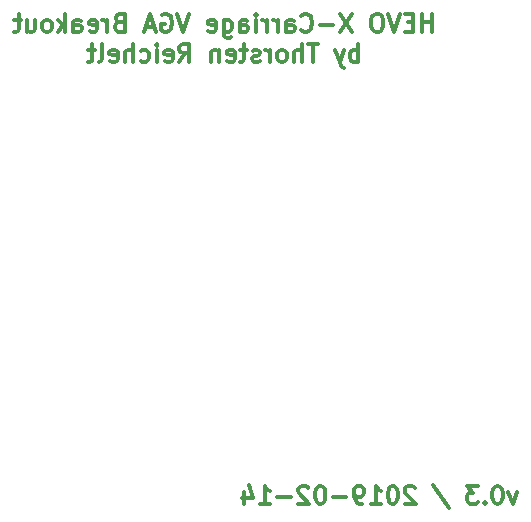
<source format=gbr>
%TF.GenerationSoftware,KiCad,Pcbnew,(5.0.2)-1*%
%TF.CreationDate,2019-02-14T19:53:03+01:00*%
%TF.ProjectId,VGA-Terminal_JSTXH,5647412d-5465-4726-9d69-6e616c5f4a53,rev?*%
%TF.SameCoordinates,Original*%
%TF.FileFunction,Legend,Bot*%
%TF.FilePolarity,Positive*%
%FSLAX46Y46*%
G04 Gerber Fmt 4.6, Leading zero omitted, Abs format (unit mm)*
G04 Created by KiCad (PCBNEW (5.0.2)-1) date 14.02.2019 19:53:03*
%MOMM*%
%LPD*%
G01*
G04 APERTURE LIST*
%ADD10C,0.300000*%
G04 APERTURE END LIST*
D10*
X138152857Y-103708571D02*
X137795714Y-104708571D01*
X137438571Y-103708571D01*
X136581428Y-103208571D02*
X136438571Y-103208571D01*
X136295714Y-103280000D01*
X136224285Y-103351428D01*
X136152857Y-103494285D01*
X136081428Y-103780000D01*
X136081428Y-104137142D01*
X136152857Y-104422857D01*
X136224285Y-104565714D01*
X136295714Y-104637142D01*
X136438571Y-104708571D01*
X136581428Y-104708571D01*
X136724285Y-104637142D01*
X136795714Y-104565714D01*
X136867142Y-104422857D01*
X136938571Y-104137142D01*
X136938571Y-103780000D01*
X136867142Y-103494285D01*
X136795714Y-103351428D01*
X136724285Y-103280000D01*
X136581428Y-103208571D01*
X135438571Y-104565714D02*
X135367142Y-104637142D01*
X135438571Y-104708571D01*
X135510000Y-104637142D01*
X135438571Y-104565714D01*
X135438571Y-104708571D01*
X134867142Y-103208571D02*
X133938571Y-103208571D01*
X134438571Y-103780000D01*
X134224285Y-103780000D01*
X134081428Y-103851428D01*
X134010000Y-103922857D01*
X133938571Y-104065714D01*
X133938571Y-104422857D01*
X134010000Y-104565714D01*
X134081428Y-104637142D01*
X134224285Y-104708571D01*
X134652857Y-104708571D01*
X134795714Y-104637142D01*
X134867142Y-104565714D01*
X131081428Y-103137142D02*
X132367142Y-105065714D01*
X129510000Y-103351428D02*
X129438571Y-103280000D01*
X129295714Y-103208571D01*
X128938571Y-103208571D01*
X128795714Y-103280000D01*
X128724285Y-103351428D01*
X128652857Y-103494285D01*
X128652857Y-103637142D01*
X128724285Y-103851428D01*
X129581428Y-104708571D01*
X128652857Y-104708571D01*
X127724285Y-103208571D02*
X127581428Y-103208571D01*
X127438571Y-103280000D01*
X127367142Y-103351428D01*
X127295714Y-103494285D01*
X127224285Y-103780000D01*
X127224285Y-104137142D01*
X127295714Y-104422857D01*
X127367142Y-104565714D01*
X127438571Y-104637142D01*
X127581428Y-104708571D01*
X127724285Y-104708571D01*
X127867142Y-104637142D01*
X127938571Y-104565714D01*
X128010000Y-104422857D01*
X128081428Y-104137142D01*
X128081428Y-103780000D01*
X128010000Y-103494285D01*
X127938571Y-103351428D01*
X127867142Y-103280000D01*
X127724285Y-103208571D01*
X125795714Y-104708571D02*
X126652857Y-104708571D01*
X126224285Y-104708571D02*
X126224285Y-103208571D01*
X126367142Y-103422857D01*
X126510000Y-103565714D01*
X126652857Y-103637142D01*
X125081428Y-104708571D02*
X124795714Y-104708571D01*
X124652857Y-104637142D01*
X124581428Y-104565714D01*
X124438571Y-104351428D01*
X124367142Y-104065714D01*
X124367142Y-103494285D01*
X124438571Y-103351428D01*
X124510000Y-103280000D01*
X124652857Y-103208571D01*
X124938571Y-103208571D01*
X125081428Y-103280000D01*
X125152857Y-103351428D01*
X125224285Y-103494285D01*
X125224285Y-103851428D01*
X125152857Y-103994285D01*
X125081428Y-104065714D01*
X124938571Y-104137142D01*
X124652857Y-104137142D01*
X124510000Y-104065714D01*
X124438571Y-103994285D01*
X124367142Y-103851428D01*
X123724285Y-104137142D02*
X122581428Y-104137142D01*
X121581428Y-103208571D02*
X121438571Y-103208571D01*
X121295714Y-103280000D01*
X121224285Y-103351428D01*
X121152857Y-103494285D01*
X121081428Y-103780000D01*
X121081428Y-104137142D01*
X121152857Y-104422857D01*
X121224285Y-104565714D01*
X121295714Y-104637142D01*
X121438571Y-104708571D01*
X121581428Y-104708571D01*
X121724285Y-104637142D01*
X121795714Y-104565714D01*
X121867142Y-104422857D01*
X121938571Y-104137142D01*
X121938571Y-103780000D01*
X121867142Y-103494285D01*
X121795714Y-103351428D01*
X121724285Y-103280000D01*
X121581428Y-103208571D01*
X120510000Y-103351428D02*
X120438571Y-103280000D01*
X120295714Y-103208571D01*
X119938571Y-103208571D01*
X119795714Y-103280000D01*
X119724285Y-103351428D01*
X119652857Y-103494285D01*
X119652857Y-103637142D01*
X119724285Y-103851428D01*
X120581428Y-104708571D01*
X119652857Y-104708571D01*
X119010000Y-104137142D02*
X117867142Y-104137142D01*
X116367142Y-104708571D02*
X117224285Y-104708571D01*
X116795714Y-104708571D02*
X116795714Y-103208571D01*
X116938571Y-103422857D01*
X117081428Y-103565714D01*
X117224285Y-103637142D01*
X115081428Y-103708571D02*
X115081428Y-104708571D01*
X115438571Y-103137142D02*
X115795714Y-104208571D01*
X114867142Y-104208571D01*
X130971428Y-64753571D02*
X130971428Y-63253571D01*
X130971428Y-63967857D02*
X130114285Y-63967857D01*
X130114285Y-64753571D02*
X130114285Y-63253571D01*
X129400000Y-63967857D02*
X128900000Y-63967857D01*
X128685714Y-64753571D02*
X129400000Y-64753571D01*
X129400000Y-63253571D01*
X128685714Y-63253571D01*
X128257142Y-63253571D02*
X127757142Y-64753571D01*
X127257142Y-63253571D01*
X126471428Y-63253571D02*
X126185714Y-63253571D01*
X126042857Y-63325000D01*
X125900000Y-63467857D01*
X125828571Y-63753571D01*
X125828571Y-64253571D01*
X125900000Y-64539285D01*
X126042857Y-64682142D01*
X126185714Y-64753571D01*
X126471428Y-64753571D01*
X126614285Y-64682142D01*
X126757142Y-64539285D01*
X126828571Y-64253571D01*
X126828571Y-63753571D01*
X126757142Y-63467857D01*
X126614285Y-63325000D01*
X126471428Y-63253571D01*
X124185714Y-63253571D02*
X123185714Y-64753571D01*
X123185714Y-63253571D02*
X124185714Y-64753571D01*
X122614285Y-64182142D02*
X121471428Y-64182142D01*
X119900000Y-64610714D02*
X119971428Y-64682142D01*
X120185714Y-64753571D01*
X120328571Y-64753571D01*
X120542857Y-64682142D01*
X120685714Y-64539285D01*
X120757142Y-64396428D01*
X120828571Y-64110714D01*
X120828571Y-63896428D01*
X120757142Y-63610714D01*
X120685714Y-63467857D01*
X120542857Y-63325000D01*
X120328571Y-63253571D01*
X120185714Y-63253571D01*
X119971428Y-63325000D01*
X119900000Y-63396428D01*
X118614285Y-64753571D02*
X118614285Y-63967857D01*
X118685714Y-63825000D01*
X118828571Y-63753571D01*
X119114285Y-63753571D01*
X119257142Y-63825000D01*
X118614285Y-64682142D02*
X118757142Y-64753571D01*
X119114285Y-64753571D01*
X119257142Y-64682142D01*
X119328571Y-64539285D01*
X119328571Y-64396428D01*
X119257142Y-64253571D01*
X119114285Y-64182142D01*
X118757142Y-64182142D01*
X118614285Y-64110714D01*
X117900000Y-64753571D02*
X117900000Y-63753571D01*
X117900000Y-64039285D02*
X117828571Y-63896428D01*
X117757142Y-63825000D01*
X117614285Y-63753571D01*
X117471428Y-63753571D01*
X116971428Y-64753571D02*
X116971428Y-63753571D01*
X116971428Y-64039285D02*
X116900000Y-63896428D01*
X116828571Y-63825000D01*
X116685714Y-63753571D01*
X116542857Y-63753571D01*
X116042857Y-64753571D02*
X116042857Y-63753571D01*
X116042857Y-63253571D02*
X116114285Y-63325000D01*
X116042857Y-63396428D01*
X115971428Y-63325000D01*
X116042857Y-63253571D01*
X116042857Y-63396428D01*
X114685714Y-64753571D02*
X114685714Y-63967857D01*
X114757142Y-63825000D01*
X114900000Y-63753571D01*
X115185714Y-63753571D01*
X115328571Y-63825000D01*
X114685714Y-64682142D02*
X114828571Y-64753571D01*
X115185714Y-64753571D01*
X115328571Y-64682142D01*
X115400000Y-64539285D01*
X115400000Y-64396428D01*
X115328571Y-64253571D01*
X115185714Y-64182142D01*
X114828571Y-64182142D01*
X114685714Y-64110714D01*
X113328571Y-63753571D02*
X113328571Y-64967857D01*
X113400000Y-65110714D01*
X113471428Y-65182142D01*
X113614285Y-65253571D01*
X113828571Y-65253571D01*
X113971428Y-65182142D01*
X113328571Y-64682142D02*
X113471428Y-64753571D01*
X113757142Y-64753571D01*
X113900000Y-64682142D01*
X113971428Y-64610714D01*
X114042857Y-64467857D01*
X114042857Y-64039285D01*
X113971428Y-63896428D01*
X113900000Y-63825000D01*
X113757142Y-63753571D01*
X113471428Y-63753571D01*
X113328571Y-63825000D01*
X112042857Y-64682142D02*
X112185714Y-64753571D01*
X112471428Y-64753571D01*
X112614285Y-64682142D01*
X112685714Y-64539285D01*
X112685714Y-63967857D01*
X112614285Y-63825000D01*
X112471428Y-63753571D01*
X112185714Y-63753571D01*
X112042857Y-63825000D01*
X111971428Y-63967857D01*
X111971428Y-64110714D01*
X112685714Y-64253571D01*
X110400000Y-63253571D02*
X109900000Y-64753571D01*
X109400000Y-63253571D01*
X108114285Y-63325000D02*
X108257142Y-63253571D01*
X108471428Y-63253571D01*
X108685714Y-63325000D01*
X108828571Y-63467857D01*
X108900000Y-63610714D01*
X108971428Y-63896428D01*
X108971428Y-64110714D01*
X108900000Y-64396428D01*
X108828571Y-64539285D01*
X108685714Y-64682142D01*
X108471428Y-64753571D01*
X108328571Y-64753571D01*
X108114285Y-64682142D01*
X108042857Y-64610714D01*
X108042857Y-64110714D01*
X108328571Y-64110714D01*
X107471428Y-64325000D02*
X106757142Y-64325000D01*
X107614285Y-64753571D02*
X107114285Y-63253571D01*
X106614285Y-64753571D01*
X104471428Y-63967857D02*
X104257142Y-64039285D01*
X104185714Y-64110714D01*
X104114285Y-64253571D01*
X104114285Y-64467857D01*
X104185714Y-64610714D01*
X104257142Y-64682142D01*
X104400000Y-64753571D01*
X104971428Y-64753571D01*
X104971428Y-63253571D01*
X104471428Y-63253571D01*
X104328571Y-63325000D01*
X104257142Y-63396428D01*
X104185714Y-63539285D01*
X104185714Y-63682142D01*
X104257142Y-63825000D01*
X104328571Y-63896428D01*
X104471428Y-63967857D01*
X104971428Y-63967857D01*
X103471428Y-64753571D02*
X103471428Y-63753571D01*
X103471428Y-64039285D02*
X103400000Y-63896428D01*
X103328571Y-63825000D01*
X103185714Y-63753571D01*
X103042857Y-63753571D01*
X101971428Y-64682142D02*
X102114285Y-64753571D01*
X102400000Y-64753571D01*
X102542857Y-64682142D01*
X102614285Y-64539285D01*
X102614285Y-63967857D01*
X102542857Y-63825000D01*
X102400000Y-63753571D01*
X102114285Y-63753571D01*
X101971428Y-63825000D01*
X101900000Y-63967857D01*
X101900000Y-64110714D01*
X102614285Y-64253571D01*
X100614285Y-64753571D02*
X100614285Y-63967857D01*
X100685714Y-63825000D01*
X100828571Y-63753571D01*
X101114285Y-63753571D01*
X101257142Y-63825000D01*
X100614285Y-64682142D02*
X100757142Y-64753571D01*
X101114285Y-64753571D01*
X101257142Y-64682142D01*
X101328571Y-64539285D01*
X101328571Y-64396428D01*
X101257142Y-64253571D01*
X101114285Y-64182142D01*
X100757142Y-64182142D01*
X100614285Y-64110714D01*
X99900000Y-64753571D02*
X99900000Y-63253571D01*
X99757142Y-64182142D02*
X99328571Y-64753571D01*
X99328571Y-63753571D02*
X99900000Y-64325000D01*
X98471428Y-64753571D02*
X98614285Y-64682142D01*
X98685714Y-64610714D01*
X98757142Y-64467857D01*
X98757142Y-64039285D01*
X98685714Y-63896428D01*
X98614285Y-63825000D01*
X98471428Y-63753571D01*
X98257142Y-63753571D01*
X98114285Y-63825000D01*
X98042857Y-63896428D01*
X97971428Y-64039285D01*
X97971428Y-64467857D01*
X98042857Y-64610714D01*
X98114285Y-64682142D01*
X98257142Y-64753571D01*
X98471428Y-64753571D01*
X96685714Y-63753571D02*
X96685714Y-64753571D01*
X97328571Y-63753571D02*
X97328571Y-64539285D01*
X97257142Y-64682142D01*
X97114285Y-64753571D01*
X96900000Y-64753571D01*
X96757142Y-64682142D01*
X96685714Y-64610714D01*
X96185714Y-63753571D02*
X95614285Y-63753571D01*
X95971428Y-63253571D02*
X95971428Y-64539285D01*
X95900000Y-64682142D01*
X95757142Y-64753571D01*
X95614285Y-64753571D01*
X124721428Y-67303571D02*
X124721428Y-65803571D01*
X124721428Y-66375000D02*
X124578571Y-66303571D01*
X124292857Y-66303571D01*
X124150000Y-66375000D01*
X124078571Y-66446428D01*
X124007142Y-66589285D01*
X124007142Y-67017857D01*
X124078571Y-67160714D01*
X124150000Y-67232142D01*
X124292857Y-67303571D01*
X124578571Y-67303571D01*
X124721428Y-67232142D01*
X123507142Y-66303571D02*
X123150000Y-67303571D01*
X122792857Y-66303571D02*
X123150000Y-67303571D01*
X123292857Y-67660714D01*
X123364285Y-67732142D01*
X123507142Y-67803571D01*
X121292857Y-65803571D02*
X120435714Y-65803571D01*
X120864285Y-67303571D02*
X120864285Y-65803571D01*
X119935714Y-67303571D02*
X119935714Y-65803571D01*
X119292857Y-67303571D02*
X119292857Y-66517857D01*
X119364285Y-66375000D01*
X119507142Y-66303571D01*
X119721428Y-66303571D01*
X119864285Y-66375000D01*
X119935714Y-66446428D01*
X118364285Y-67303571D02*
X118507142Y-67232142D01*
X118578571Y-67160714D01*
X118650000Y-67017857D01*
X118650000Y-66589285D01*
X118578571Y-66446428D01*
X118507142Y-66375000D01*
X118364285Y-66303571D01*
X118150000Y-66303571D01*
X118007142Y-66375000D01*
X117935714Y-66446428D01*
X117864285Y-66589285D01*
X117864285Y-67017857D01*
X117935714Y-67160714D01*
X118007142Y-67232142D01*
X118150000Y-67303571D01*
X118364285Y-67303571D01*
X117221428Y-67303571D02*
X117221428Y-66303571D01*
X117221428Y-66589285D02*
X117150000Y-66446428D01*
X117078571Y-66375000D01*
X116935714Y-66303571D01*
X116792857Y-66303571D01*
X116364285Y-67232142D02*
X116221428Y-67303571D01*
X115935714Y-67303571D01*
X115792857Y-67232142D01*
X115721428Y-67089285D01*
X115721428Y-67017857D01*
X115792857Y-66875000D01*
X115935714Y-66803571D01*
X116150000Y-66803571D01*
X116292857Y-66732142D01*
X116364285Y-66589285D01*
X116364285Y-66517857D01*
X116292857Y-66375000D01*
X116150000Y-66303571D01*
X115935714Y-66303571D01*
X115792857Y-66375000D01*
X115292857Y-66303571D02*
X114721428Y-66303571D01*
X115078571Y-65803571D02*
X115078571Y-67089285D01*
X115007142Y-67232142D01*
X114864285Y-67303571D01*
X114721428Y-67303571D01*
X113650000Y-67232142D02*
X113792857Y-67303571D01*
X114078571Y-67303571D01*
X114221428Y-67232142D01*
X114292857Y-67089285D01*
X114292857Y-66517857D01*
X114221428Y-66375000D01*
X114078571Y-66303571D01*
X113792857Y-66303571D01*
X113650000Y-66375000D01*
X113578571Y-66517857D01*
X113578571Y-66660714D01*
X114292857Y-66803571D01*
X112935714Y-66303571D02*
X112935714Y-67303571D01*
X112935714Y-66446428D02*
X112864285Y-66375000D01*
X112721428Y-66303571D01*
X112507142Y-66303571D01*
X112364285Y-66375000D01*
X112292857Y-66517857D01*
X112292857Y-67303571D01*
X109578571Y-67303571D02*
X110078571Y-66589285D01*
X110435714Y-67303571D02*
X110435714Y-65803571D01*
X109864285Y-65803571D01*
X109721428Y-65875000D01*
X109650000Y-65946428D01*
X109578571Y-66089285D01*
X109578571Y-66303571D01*
X109650000Y-66446428D01*
X109721428Y-66517857D01*
X109864285Y-66589285D01*
X110435714Y-66589285D01*
X108364285Y-67232142D02*
X108507142Y-67303571D01*
X108792857Y-67303571D01*
X108935714Y-67232142D01*
X109007142Y-67089285D01*
X109007142Y-66517857D01*
X108935714Y-66375000D01*
X108792857Y-66303571D01*
X108507142Y-66303571D01*
X108364285Y-66375000D01*
X108292857Y-66517857D01*
X108292857Y-66660714D01*
X109007142Y-66803571D01*
X107650000Y-67303571D02*
X107650000Y-66303571D01*
X107650000Y-65803571D02*
X107721428Y-65875000D01*
X107650000Y-65946428D01*
X107578571Y-65875000D01*
X107650000Y-65803571D01*
X107650000Y-65946428D01*
X106292857Y-67232142D02*
X106435714Y-67303571D01*
X106721428Y-67303571D01*
X106864285Y-67232142D01*
X106935714Y-67160714D01*
X107007142Y-67017857D01*
X107007142Y-66589285D01*
X106935714Y-66446428D01*
X106864285Y-66375000D01*
X106721428Y-66303571D01*
X106435714Y-66303571D01*
X106292857Y-66375000D01*
X105650000Y-67303571D02*
X105650000Y-65803571D01*
X105007142Y-67303571D02*
X105007142Y-66517857D01*
X105078571Y-66375000D01*
X105221428Y-66303571D01*
X105435714Y-66303571D01*
X105578571Y-66375000D01*
X105650000Y-66446428D01*
X103721428Y-67232142D02*
X103864285Y-67303571D01*
X104150000Y-67303571D01*
X104292857Y-67232142D01*
X104364285Y-67089285D01*
X104364285Y-66517857D01*
X104292857Y-66375000D01*
X104150000Y-66303571D01*
X103864285Y-66303571D01*
X103721428Y-66375000D01*
X103650000Y-66517857D01*
X103650000Y-66660714D01*
X104364285Y-66803571D01*
X102792857Y-67303571D02*
X102935714Y-67232142D01*
X103007142Y-67089285D01*
X103007142Y-65803571D01*
X102435714Y-66303571D02*
X101864285Y-66303571D01*
X102221428Y-65803571D02*
X102221428Y-67089285D01*
X102150000Y-67232142D01*
X102007142Y-67303571D01*
X101864285Y-67303571D01*
M02*

</source>
